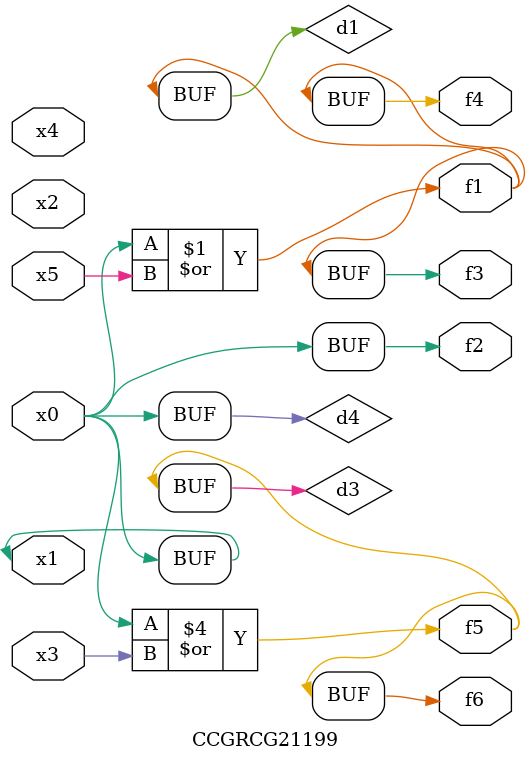
<source format=v>
module CCGRCG21199(
	input x0, x1, x2, x3, x4, x5,
	output f1, f2, f3, f4, f5, f6
);

	wire d1, d2, d3, d4;

	or (d1, x0, x5);
	xnor (d2, x1, x4);
	or (d3, x0, x3);
	buf (d4, x0, x1);
	assign f1 = d1;
	assign f2 = d4;
	assign f3 = d1;
	assign f4 = d1;
	assign f5 = d3;
	assign f6 = d3;
endmodule

</source>
